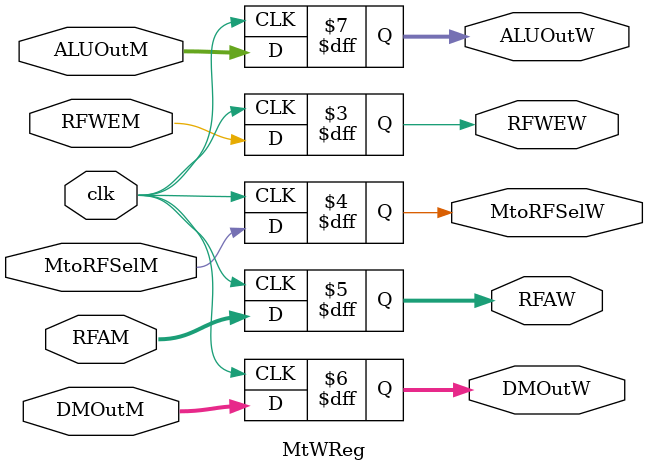
<source format=v>
module MtWReg  (clk,
                RFWEM, MtoRFSelM, DMOutM, ALUOutM, RFAM,
                RFWEW, MtoRFSelW, DMOutW, ALUOutW, RFAW);
    input   clk, RFWEM, MtoRFSelM;
    input   [4:0]RFAM;
    input   [31:0]DMOutM,ALUOutM;
    output  reg RFWEW, MtoRFSelW;
    output  reg [4:0]RFAW;
    output  reg [31:0]DMOutW,ALUOutW;
    
    initial begin
        RFWEW = 0;
        MtoRFSelW = 0;
        RFAW = 0;
        DMOutW= 0;
        ALUOutW = 0;
    end
    always@(posedge clk) begin
        RFWEW = RFWEM;
        MtoRFSelW = MtoRFSelM;
        RFAW = RFAM;
        DMOutW= DMOutM;
        ALUOutW = ALUOutM;
    end
endmodule
</source>
